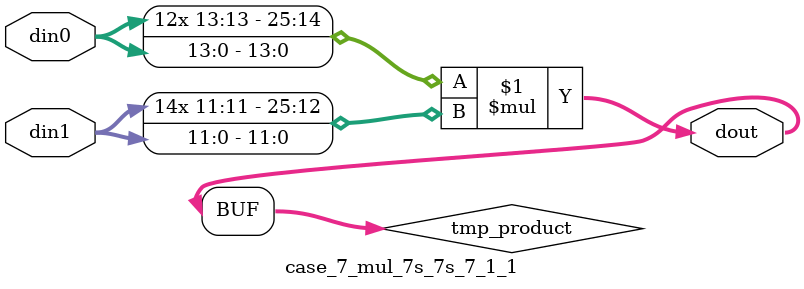
<source format=v>

`timescale 1 ns / 1 ps

 module case_7_mul_7s_7s_7_1_1(din0, din1, dout);
parameter ID = 1;
parameter NUM_STAGE = 0;
parameter din0_WIDTH = 14;
parameter din1_WIDTH = 12;
parameter dout_WIDTH = 26;

input [din0_WIDTH - 1 : 0] din0; 
input [din1_WIDTH - 1 : 0] din1; 
output [dout_WIDTH - 1 : 0] dout;

wire signed [dout_WIDTH - 1 : 0] tmp_product;



























assign tmp_product = $signed(din0) * $signed(din1);








assign dout = tmp_product;





















endmodule

</source>
